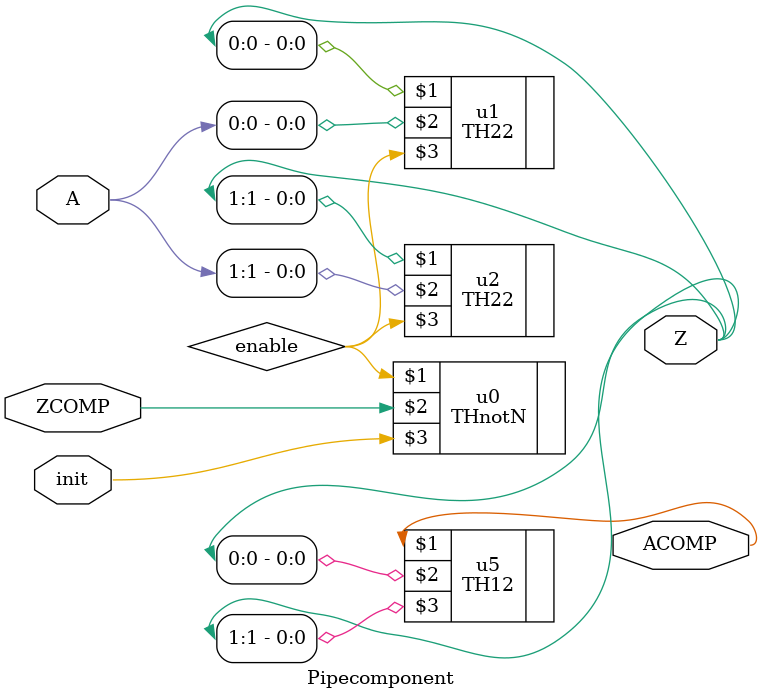
<source format=v>

`timescale 10ps / 1ps


module pipeline2;

 /* Make an init that pulses once. */
  reg init = 1;
  initial begin
     # 20 init = 0;
     # 1000 $stop;
  end
initial
 begin
    $dumpfile("pipeline2.vcd");
    $dumpvars(0,pipeline2);
 end

///// Testbench
/////////////////////////////
///// Circuit Under Test

wire [1:0] A, B, C, D, E;
wire ACOMP, BCOMP, CCOMP, DCOMP, ECOMP;

// 2 rail 4 oscillation pipeline
THnotN  A0(A[0], ACOMP, init); // auto produce A input
assign A[1] = 0;  // auto produce constant rail

Pipecomponent u1(B[1:0], BCOMP, A[1:0], ACOMP, init);
Pipecomponent u2(C[1:0], CCOMP, B[1:0], BCOMP, init);
Pipecomponent u3(D[1:0], DCOMP, C[1:0], CCOMP, init);
Pipecomponent u4(E[1:0], ECOMP, D[1:0], DCOMP, init);

TH12 u5 (ECOMP, E[0], E[1]);  // auto consume E output
endmodule

module Pipecomponent(output [1:0] Z, input ZCOMP, input [1:0] A, output ACOMP, input init);
wire enable;
THnotN  u0(enable, ZCOMP, init);
TH22  u1(Z[0], A[0], enable);
TH22  u2(Z[1], A[1], enable);
TH12 u5 (ACOMP, Z[0], Z[1]);
endmodule


</source>
